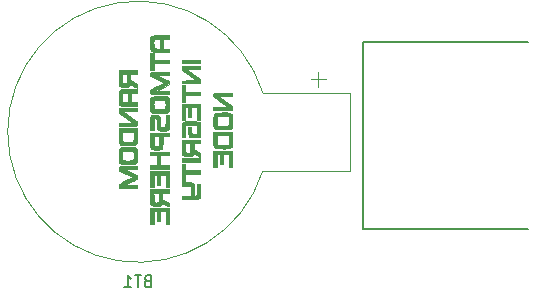
<source format=gbr>
G04 #@! TF.GenerationSoftware,KiCad,Pcbnew,(5.0.0)*
G04 #@! TF.CreationDate,2019-02-27T16:54:38+00:00*
G04 #@! TF.ProjectId,rain,7261696E2E6B696361645F7063620000,rev?*
G04 #@! TF.SameCoordinates,Original*
G04 #@! TF.FileFunction,Legend,Bot*
G04 #@! TF.FilePolarity,Positive*
%FSLAX46Y46*%
G04 Gerber Fmt 4.6, Leading zero omitted, Abs format (unit mm)*
G04 Created by KiCad (PCBNEW (5.0.0)) date 02/27/19 16:54:38*
%MOMM*%
%LPD*%
G01*
G04 APERTURE LIST*
%ADD10C,0.120000*%
%ADD11C,0.150000*%
%ADD12C,0.010000*%
G04 APERTURE END LIST*
D10*
G04 #@! TO.C,BT1*
X120894857Y-91548030D02*
G75*
G02X120910000Y-84900000I-10534857J3348030D01*
G01*
X124970000Y-83750000D02*
X126230000Y-83750000D01*
X125600000Y-84390000D02*
X125600000Y-83120000D01*
X128260000Y-84900000D02*
X120910000Y-84900000D01*
X128260000Y-91500000D02*
X128260000Y-84900000D01*
X120910000Y-91500000D02*
X128260000Y-91500000D01*
D11*
G04 #@! TO.C,J2*
X143350000Y-96400000D02*
X129400000Y-96400000D01*
X129400000Y-96400000D02*
X129400000Y-80600000D01*
X129400000Y-80600000D02*
X143350000Y-80600000D01*
D12*
G04 #@! TO.C,G\002A\002A\002A*
G36*
X108699012Y-92861212D02*
X108718072Y-92937859D01*
X108731930Y-92959048D01*
X108766588Y-92972359D01*
X108843798Y-92982581D01*
X108968200Y-92989936D01*
X109144439Y-92994646D01*
X109377157Y-92996935D01*
X109527669Y-92997243D01*
X110285213Y-92997243D01*
X110285213Y-92744075D01*
X109734300Y-92735384D01*
X109183387Y-92726692D01*
X109678599Y-92490468D01*
X109845414Y-92409729D01*
X109994975Y-92335158D01*
X110116518Y-92272292D01*
X110199278Y-92226670D01*
X110229511Y-92207026D01*
X110268625Y-92140267D01*
X110284702Y-92045548D01*
X110274084Y-91955546D01*
X110260854Y-91927119D01*
X110225893Y-91902703D01*
X110142702Y-91856226D01*
X110020711Y-91792604D01*
X109869349Y-91716755D01*
X109698048Y-91633595D01*
X109696366Y-91632791D01*
X109155263Y-91374126D01*
X109720238Y-91374030D01*
X110285213Y-91373935D01*
X110285213Y-91119298D01*
X109525201Y-91119298D01*
X109277174Y-91119934D01*
X109085620Y-91122113D01*
X108943362Y-91126244D01*
X108843221Y-91132735D01*
X108778023Y-91141995D01*
X108740590Y-91154432D01*
X108727516Y-91164690D01*
X108703682Y-91228860D01*
X108699178Y-91321452D01*
X108711726Y-91416421D01*
X108739047Y-91487726D01*
X108757394Y-91506284D01*
X108800134Y-91528081D01*
X108890589Y-91572376D01*
X109018940Y-91634422D01*
X109175366Y-91709473D01*
X109350049Y-91792784D01*
X109358544Y-91796823D01*
X109911949Y-92059934D01*
X109342629Y-92325864D01*
X109165118Y-92409414D01*
X109006096Y-92485463D01*
X108875108Y-92549348D01*
X108781701Y-92596407D01*
X108735419Y-92621978D01*
X108733521Y-92623353D01*
X108706865Y-92676878D01*
X108695319Y-92765191D01*
X108699012Y-92861212D01*
X108699012Y-92861212D01*
G37*
X108699012Y-92861212D02*
X108718072Y-92937859D01*
X108731930Y-92959048D01*
X108766588Y-92972359D01*
X108843798Y-92982581D01*
X108968200Y-92989936D01*
X109144439Y-92994646D01*
X109377157Y-92996935D01*
X109527669Y-92997243D01*
X110285213Y-92997243D01*
X110285213Y-92744075D01*
X109734300Y-92735384D01*
X109183387Y-92726692D01*
X109678599Y-92490468D01*
X109845414Y-92409729D01*
X109994975Y-92335158D01*
X110116518Y-92272292D01*
X110199278Y-92226670D01*
X110229511Y-92207026D01*
X110268625Y-92140267D01*
X110284702Y-92045548D01*
X110274084Y-91955546D01*
X110260854Y-91927119D01*
X110225893Y-91902703D01*
X110142702Y-91856226D01*
X110020711Y-91792604D01*
X109869349Y-91716755D01*
X109698048Y-91633595D01*
X109696366Y-91632791D01*
X109155263Y-91374126D01*
X109720238Y-91374030D01*
X110285213Y-91373935D01*
X110285213Y-91119298D01*
X109525201Y-91119298D01*
X109277174Y-91119934D01*
X109085620Y-91122113D01*
X108943362Y-91126244D01*
X108843221Y-91132735D01*
X108778023Y-91141995D01*
X108740590Y-91154432D01*
X108727516Y-91164690D01*
X108703682Y-91228860D01*
X108699178Y-91321452D01*
X108711726Y-91416421D01*
X108739047Y-91487726D01*
X108757394Y-91506284D01*
X108800134Y-91528081D01*
X108890589Y-91572376D01*
X109018940Y-91634422D01*
X109175366Y-91709473D01*
X109350049Y-91792784D01*
X109358544Y-91796823D01*
X109911949Y-92059934D01*
X109342629Y-92325864D01*
X109165118Y-92409414D01*
X109006096Y-92485463D01*
X108875108Y-92549348D01*
X108781701Y-92596407D01*
X108735419Y-92621978D01*
X108733521Y-92623353D01*
X108706865Y-92676878D01*
X108695319Y-92765191D01*
X108699012Y-92861212D01*
G36*
X108775074Y-90834575D02*
X108807732Y-90862912D01*
X108843158Y-90883619D01*
X108891626Y-90898136D01*
X108963408Y-90907903D01*
X109068777Y-90914359D01*
X109218005Y-90918944D01*
X109404417Y-90922778D01*
X109663916Y-90926486D01*
X109866730Y-90922902D01*
X110019813Y-90906479D01*
X110130115Y-90871672D01*
X110204589Y-90812935D01*
X110250184Y-90724721D01*
X110273854Y-90601486D01*
X110282550Y-90437683D01*
X110283222Y-90227765D01*
X110283196Y-90221693D01*
X110280554Y-90052336D01*
X110274694Y-89901212D01*
X110266401Y-89782009D01*
X110256461Y-89708417D01*
X110253078Y-89696780D01*
X110206570Y-89629664D01*
X110137135Y-89569462D01*
X110098318Y-89548642D01*
X110048285Y-89533454D01*
X109977134Y-89523044D01*
X109874966Y-89516561D01*
X109731881Y-89513149D01*
X109604431Y-89512366D01*
X109604431Y-89819159D01*
X109747411Y-89819441D01*
X109856280Y-89821963D01*
X109918178Y-89826541D01*
X109925598Y-89828261D01*
X109944864Y-89854572D01*
X109957616Y-89921143D01*
X109964689Y-90035679D01*
X109966917Y-90205884D01*
X109966917Y-90210037D01*
X109965935Y-90369323D01*
X109961779Y-90476717D01*
X109952635Y-90543970D01*
X109936690Y-90582834D01*
X109912129Y-90605060D01*
X109905351Y-90608905D01*
X109842564Y-90624876D01*
X109734459Y-90635629D01*
X109597016Y-90641295D01*
X109446218Y-90642007D01*
X109298047Y-90637898D01*
X109168483Y-90629099D01*
X109073509Y-90615744D01*
X109032915Y-90601681D01*
X109009017Y-90576274D01*
X108993833Y-90534150D01*
X108986026Y-90463496D01*
X108984263Y-90352500D01*
X108987045Y-90195854D01*
X108996115Y-89830200D01*
X109440197Y-89821303D01*
X109604431Y-89819159D01*
X109604431Y-89512366D01*
X109537980Y-89511957D01*
X109469336Y-89511905D01*
X109262053Y-89512369D01*
X109108388Y-89514433D01*
X108998301Y-89519100D01*
X108921753Y-89527377D01*
X108868704Y-89540267D01*
X108829117Y-89558776D01*
X108799515Y-89578958D01*
X108709649Y-89646012D01*
X108692317Y-90756744D01*
X108775074Y-90834575D01*
X108775074Y-90834575D01*
G37*
X108775074Y-90834575D02*
X108807732Y-90862912D01*
X108843158Y-90883619D01*
X108891626Y-90898136D01*
X108963408Y-90907903D01*
X109068777Y-90914359D01*
X109218005Y-90918944D01*
X109404417Y-90922778D01*
X109663916Y-90926486D01*
X109866730Y-90922902D01*
X110019813Y-90906479D01*
X110130115Y-90871672D01*
X110204589Y-90812935D01*
X110250184Y-90724721D01*
X110273854Y-90601486D01*
X110282550Y-90437683D01*
X110283222Y-90227765D01*
X110283196Y-90221693D01*
X110280554Y-90052336D01*
X110274694Y-89901212D01*
X110266401Y-89782009D01*
X110256461Y-89708417D01*
X110253078Y-89696780D01*
X110206570Y-89629664D01*
X110137135Y-89569462D01*
X110098318Y-89548642D01*
X110048285Y-89533454D01*
X109977134Y-89523044D01*
X109874966Y-89516561D01*
X109731881Y-89513149D01*
X109604431Y-89512366D01*
X109604431Y-89819159D01*
X109747411Y-89819441D01*
X109856280Y-89821963D01*
X109918178Y-89826541D01*
X109925598Y-89828261D01*
X109944864Y-89854572D01*
X109957616Y-89921143D01*
X109964689Y-90035679D01*
X109966917Y-90205884D01*
X109966917Y-90210037D01*
X109965935Y-90369323D01*
X109961779Y-90476717D01*
X109952635Y-90543970D01*
X109936690Y-90582834D01*
X109912129Y-90605060D01*
X109905351Y-90608905D01*
X109842564Y-90624876D01*
X109734459Y-90635629D01*
X109597016Y-90641295D01*
X109446218Y-90642007D01*
X109298047Y-90637898D01*
X109168483Y-90629099D01*
X109073509Y-90615744D01*
X109032915Y-90601681D01*
X109009017Y-90576274D01*
X108993833Y-90534150D01*
X108986026Y-90463496D01*
X108984263Y-90352500D01*
X108987045Y-90195854D01*
X108996115Y-89830200D01*
X109440197Y-89821303D01*
X109604431Y-89819159D01*
X109604431Y-89512366D01*
X109537980Y-89511957D01*
X109469336Y-89511905D01*
X109262053Y-89512369D01*
X109108388Y-89514433D01*
X108998301Y-89519100D01*
X108921753Y-89527377D01*
X108868704Y-89540267D01*
X108829117Y-89558776D01*
X108799515Y-89578958D01*
X108709649Y-89646012D01*
X108692317Y-90756744D01*
X108775074Y-90834575D01*
G36*
X108775805Y-89243762D02*
X108808348Y-89271882D01*
X108843950Y-89292441D01*
X108892881Y-89306877D01*
X108965413Y-89316628D01*
X109071818Y-89323131D01*
X109222366Y-89327825D01*
X109403943Y-89331688D01*
X109641995Y-89333813D01*
X109836618Y-89330207D01*
X109981162Y-89321120D01*
X110068975Y-89306803D01*
X110069682Y-89306593D01*
X110138546Y-89281244D01*
X110191064Y-89246315D01*
X110229416Y-89193591D01*
X110255785Y-89114856D01*
X110272352Y-89001892D01*
X110281300Y-88846484D01*
X110284810Y-88640415D01*
X110285213Y-88494939D01*
X110285213Y-87904511D01*
X108980201Y-87904511D01*
X108980201Y-88190977D01*
X109966917Y-88190977D01*
X109966917Y-88587727D01*
X109966076Y-88754381D01*
X109962481Y-88868610D01*
X109954524Y-88941639D01*
X109940596Y-88984692D01*
X109919090Y-89008992D01*
X109905351Y-89017426D01*
X109844726Y-89032153D01*
X109737318Y-89042423D01*
X109599846Y-89048197D01*
X109449032Y-89049438D01*
X109301597Y-89046108D01*
X109174262Y-89038169D01*
X109083749Y-89025583D01*
X109061847Y-89019334D01*
X109028052Y-89004754D01*
X109005168Y-88983934D01*
X108991068Y-88945682D01*
X108983625Y-88878803D01*
X108980712Y-88772103D01*
X108980201Y-88614388D01*
X108980201Y-88190977D01*
X108980201Y-87904511D01*
X108693735Y-87904511D01*
X108693735Y-89166598D01*
X108775805Y-89243762D01*
X108775805Y-89243762D01*
G37*
X108775805Y-89243762D02*
X108808348Y-89271882D01*
X108843950Y-89292441D01*
X108892881Y-89306877D01*
X108965413Y-89316628D01*
X109071818Y-89323131D01*
X109222366Y-89327825D01*
X109403943Y-89331688D01*
X109641995Y-89333813D01*
X109836618Y-89330207D01*
X109981162Y-89321120D01*
X110068975Y-89306803D01*
X110069682Y-89306593D01*
X110138546Y-89281244D01*
X110191064Y-89246315D01*
X110229416Y-89193591D01*
X110255785Y-89114856D01*
X110272352Y-89001892D01*
X110281300Y-88846484D01*
X110284810Y-88640415D01*
X110285213Y-88494939D01*
X110285213Y-87904511D01*
X108980201Y-87904511D01*
X108980201Y-88190977D01*
X109966917Y-88190977D01*
X109966917Y-88587727D01*
X109966076Y-88754381D01*
X109962481Y-88868610D01*
X109954524Y-88941639D01*
X109940596Y-88984692D01*
X109919090Y-89008992D01*
X109905351Y-89017426D01*
X109844726Y-89032153D01*
X109737318Y-89042423D01*
X109599846Y-89048197D01*
X109449032Y-89049438D01*
X109301597Y-89046108D01*
X109174262Y-89038169D01*
X109083749Y-89025583D01*
X109061847Y-89019334D01*
X109028052Y-89004754D01*
X109005168Y-88983934D01*
X108991068Y-88945682D01*
X108983625Y-88878803D01*
X108980712Y-88772103D01*
X108980201Y-88614388D01*
X108980201Y-88190977D01*
X108980201Y-87904511D01*
X108693735Y-87904511D01*
X108693735Y-89166598D01*
X108775805Y-89243762D01*
G36*
X109304943Y-87014409D02*
X109918920Y-87442982D01*
X109306327Y-87451627D01*
X108693735Y-87460272D01*
X108693735Y-87713534D01*
X109439456Y-87713534D01*
X109693016Y-87713129D01*
X109890047Y-87710681D01*
X110037675Y-87704340D01*
X110143030Y-87692255D01*
X110213241Y-87672576D01*
X110255435Y-87643453D01*
X110276742Y-87603034D01*
X110284290Y-87549471D01*
X110285213Y-87494002D01*
X110284186Y-87448501D01*
X110277213Y-87408817D01*
X110258457Y-87369627D01*
X110222081Y-87325607D01*
X110162249Y-87271433D01*
X110073124Y-87201782D01*
X109948869Y-87111331D01*
X109783648Y-86994756D01*
X109588228Y-86858311D01*
X109034476Y-86472180D01*
X110285213Y-86472180D01*
X110285213Y-86216432D01*
X109497431Y-86224945D01*
X108709649Y-86233459D01*
X108700307Y-86409647D01*
X108690966Y-86585835D01*
X109304943Y-87014409D01*
X109304943Y-87014409D01*
G37*
X109304943Y-87014409D02*
X109918920Y-87442982D01*
X109306327Y-87451627D01*
X108693735Y-87460272D01*
X108693735Y-87713534D01*
X109439456Y-87713534D01*
X109693016Y-87713129D01*
X109890047Y-87710681D01*
X110037675Y-87704340D01*
X110143030Y-87692255D01*
X110213241Y-87672576D01*
X110255435Y-87643453D01*
X110276742Y-87603034D01*
X110284290Y-87549471D01*
X110285213Y-87494002D01*
X110284186Y-87448501D01*
X110277213Y-87408817D01*
X110258457Y-87369627D01*
X110222081Y-87325607D01*
X110162249Y-87271433D01*
X110073124Y-87201782D01*
X109948869Y-87111331D01*
X109783648Y-86994756D01*
X109588228Y-86858311D01*
X109034476Y-86472180D01*
X110285213Y-86472180D01*
X110285213Y-86216432D01*
X109497431Y-86224945D01*
X108709649Y-86233459D01*
X108700307Y-86409647D01*
X108690966Y-86585835D01*
X109304943Y-87014409D01*
G36*
X108694170Y-85499969D02*
X108696144Y-85650381D01*
X108700656Y-85756449D01*
X108708706Y-85827829D01*
X108721293Y-85874177D01*
X108739418Y-85905150D01*
X108758986Y-85925730D01*
X108803478Y-85957496D01*
X108865620Y-85982100D01*
X108953117Y-86000367D01*
X109073672Y-86013122D01*
X109234993Y-86021190D01*
X109444782Y-86025396D01*
X109700809Y-86026566D01*
X110285213Y-86026566D01*
X110285213Y-85708271D01*
X109744110Y-85708271D01*
X109744110Y-84880702D01*
X110285213Y-84880702D01*
X110285213Y-84594236D01*
X109573340Y-84594236D01*
X109341557Y-84594544D01*
X109270564Y-84595108D01*
X109270564Y-84880702D01*
X109489474Y-84880702D01*
X109489474Y-85710948D01*
X109242795Y-85701652D01*
X108996115Y-85692356D01*
X108987084Y-85330872D01*
X108985965Y-85136815D01*
X108993759Y-85003488D01*
X109010391Y-84931944D01*
X109014853Y-84925044D01*
X109072262Y-84896622D01*
X109187176Y-84882538D01*
X109270564Y-84880702D01*
X109270564Y-84595108D01*
X109164698Y-84595951D01*
X109034028Y-84599182D01*
X108940813Y-84604960D01*
X108876318Y-84614009D01*
X108831809Y-84627054D01*
X108798552Y-84644819D01*
X108777601Y-84660205D01*
X108693735Y-84726174D01*
X108693735Y-85295556D01*
X108694170Y-85499969D01*
X108694170Y-85499969D01*
G37*
X108694170Y-85499969D02*
X108696144Y-85650381D01*
X108700656Y-85756449D01*
X108708706Y-85827829D01*
X108721293Y-85874177D01*
X108739418Y-85905150D01*
X108758986Y-85925730D01*
X108803478Y-85957496D01*
X108865620Y-85982100D01*
X108953117Y-86000367D01*
X109073672Y-86013122D01*
X109234993Y-86021190D01*
X109444782Y-86025396D01*
X109700809Y-86026566D01*
X110285213Y-86026566D01*
X110285213Y-85708271D01*
X109744110Y-85708271D01*
X109744110Y-84880702D01*
X110285213Y-84880702D01*
X110285213Y-84594236D01*
X109573340Y-84594236D01*
X109341557Y-84594544D01*
X109270564Y-84595108D01*
X109270564Y-84880702D01*
X109489474Y-84880702D01*
X109489474Y-85710948D01*
X109242795Y-85701652D01*
X108996115Y-85692356D01*
X108987084Y-85330872D01*
X108985965Y-85136815D01*
X108993759Y-85003488D01*
X109010391Y-84931944D01*
X109014853Y-84925044D01*
X109072262Y-84896622D01*
X109187176Y-84882538D01*
X109270564Y-84880702D01*
X109270564Y-84595108D01*
X109164698Y-84595951D01*
X109034028Y-84599182D01*
X108940813Y-84604960D01*
X108876318Y-84614009D01*
X108831809Y-84627054D01*
X108798552Y-84644819D01*
X108777601Y-84660205D01*
X108693735Y-84726174D01*
X108693735Y-85295556D01*
X108694170Y-85499969D01*
G36*
X108693961Y-83859297D02*
X108697447Y-84042679D01*
X108708401Y-84177694D01*
X108731029Y-84271987D01*
X108769539Y-84333201D01*
X108828141Y-84368978D01*
X108911041Y-84386963D01*
X109022448Y-84394798D01*
X109122346Y-84398433D01*
X109315880Y-84399675D01*
X109456572Y-84385419D01*
X109553960Y-84352871D01*
X109617581Y-84299238D01*
X109648523Y-84244349D01*
X109685714Y-84154561D01*
X109956145Y-84310739D01*
X110074438Y-84377425D01*
X110172924Y-84429914D01*
X110238182Y-84461215D01*
X110255894Y-84466917D01*
X110272756Y-84438318D01*
X110283356Y-84365330D01*
X110285213Y-84310777D01*
X110285213Y-84154637D01*
X109982841Y-83984524D01*
X109680468Y-83814411D01*
X109680460Y-83551817D01*
X109680451Y-83289223D01*
X110285213Y-83289223D01*
X110285213Y-83002757D01*
X109425815Y-83002757D01*
X109425815Y-83289223D01*
X109425815Y-83667281D01*
X109423820Y-83841771D01*
X109417155Y-83962103D01*
X109404799Y-84037676D01*
X109385730Y-84077885D01*
X109380654Y-84082818D01*
X109321624Y-84103589D01*
X109222332Y-84111929D01*
X109165805Y-84110588D01*
X108996115Y-84100877D01*
X108978299Y-83289223D01*
X109425815Y-83289223D01*
X109425815Y-83002757D01*
X108693735Y-83002757D01*
X108693735Y-83619907D01*
X108693961Y-83859297D01*
X108693961Y-83859297D01*
G37*
X108693961Y-83859297D02*
X108697447Y-84042679D01*
X108708401Y-84177694D01*
X108731029Y-84271987D01*
X108769539Y-84333201D01*
X108828141Y-84368978D01*
X108911041Y-84386963D01*
X109022448Y-84394798D01*
X109122346Y-84398433D01*
X109315880Y-84399675D01*
X109456572Y-84385419D01*
X109553960Y-84352871D01*
X109617581Y-84299238D01*
X109648523Y-84244349D01*
X109685714Y-84154561D01*
X109956145Y-84310739D01*
X110074438Y-84377425D01*
X110172924Y-84429914D01*
X110238182Y-84461215D01*
X110255894Y-84466917D01*
X110272756Y-84438318D01*
X110283356Y-84365330D01*
X110285213Y-84310777D01*
X110285213Y-84154637D01*
X109982841Y-83984524D01*
X109680468Y-83814411D01*
X109680460Y-83551817D01*
X109680451Y-83289223D01*
X110285213Y-83289223D01*
X110285213Y-83002757D01*
X109425815Y-83002757D01*
X109425815Y-83289223D01*
X109425815Y-83667281D01*
X109423820Y-83841771D01*
X109417155Y-83962103D01*
X109404799Y-84037676D01*
X109385730Y-84077885D01*
X109380654Y-84082818D01*
X109321624Y-84103589D01*
X109222332Y-84111929D01*
X109165805Y-84110588D01*
X108996115Y-84100877D01*
X108978299Y-83289223D01*
X109425815Y-83289223D01*
X109425815Y-83002757D01*
X108693735Y-83002757D01*
X108693735Y-83619907D01*
X108693961Y-83859297D01*
G36*
X111653885Y-95989223D02*
X111653885Y-94938847D01*
X111940351Y-94938847D01*
X111940351Y-95798246D01*
X112194988Y-95798246D01*
X112194988Y-94938847D01*
X112672431Y-94938847D01*
X112672431Y-95989223D01*
X112958897Y-95989223D01*
X112958897Y-94652381D01*
X111367419Y-94652381D01*
X111367419Y-95989223D01*
X111653885Y-95989223D01*
X111653885Y-95989223D01*
G37*
X111653885Y-95989223D02*
X111653885Y-94938847D01*
X111940351Y-94938847D01*
X111940351Y-95798246D01*
X112194988Y-95798246D01*
X112194988Y-94938847D01*
X112672431Y-94938847D01*
X112672431Y-95989223D01*
X112958897Y-95989223D01*
X112958897Y-94652381D01*
X111367419Y-94652381D01*
X111367419Y-95989223D01*
X111653885Y-95989223D01*
G36*
X111367653Y-93896776D02*
X111369030Y-94056213D01*
X111372558Y-94170680D01*
X111379247Y-94249522D01*
X111390104Y-94302084D01*
X111406139Y-94337711D01*
X111428362Y-94365747D01*
X111442722Y-94380452D01*
X111535019Y-94436143D01*
X111669340Y-94472763D01*
X111826736Y-94489546D01*
X111988260Y-94485725D01*
X112134963Y-94460533D01*
X112247897Y-94413201D01*
X112248116Y-94413058D01*
X112311084Y-94348984D01*
X112340337Y-94289242D01*
X112350841Y-94255345D01*
X112368409Y-94240293D01*
X112403967Y-94247165D01*
X112468442Y-94279039D01*
X112572759Y-94338994D01*
X112624164Y-94369219D01*
X112741695Y-94436372D01*
X112840342Y-94489001D01*
X112906274Y-94519914D01*
X112923923Y-94525063D01*
X112945514Y-94495863D01*
X112957525Y-94418186D01*
X112958897Y-94372150D01*
X112958897Y-94219237D01*
X112656516Y-94047619D01*
X112354136Y-93876001D01*
X112354136Y-93347368D01*
X112958897Y-93347368D01*
X112958897Y-93060902D01*
X112101401Y-93060902D01*
X112101401Y-93347368D01*
X112092492Y-93752052D01*
X112083584Y-94156735D01*
X111980138Y-94186355D01*
X111841201Y-94198550D01*
X111773246Y-94186355D01*
X111669800Y-94156735D01*
X111660891Y-93752052D01*
X111651983Y-93347368D01*
X112101401Y-93347368D01*
X112101401Y-93060902D01*
X111367419Y-93060902D01*
X111367419Y-93683026D01*
X111367653Y-93896776D01*
X111367653Y-93896776D01*
G37*
X111367653Y-93896776D02*
X111369030Y-94056213D01*
X111372558Y-94170680D01*
X111379247Y-94249522D01*
X111390104Y-94302084D01*
X111406139Y-94337711D01*
X111428362Y-94365747D01*
X111442722Y-94380452D01*
X111535019Y-94436143D01*
X111669340Y-94472763D01*
X111826736Y-94489546D01*
X111988260Y-94485725D01*
X112134963Y-94460533D01*
X112247897Y-94413201D01*
X112248116Y-94413058D01*
X112311084Y-94348984D01*
X112340337Y-94289242D01*
X112350841Y-94255345D01*
X112368409Y-94240293D01*
X112403967Y-94247165D01*
X112468442Y-94279039D01*
X112572759Y-94338994D01*
X112624164Y-94369219D01*
X112741695Y-94436372D01*
X112840342Y-94489001D01*
X112906274Y-94519914D01*
X112923923Y-94525063D01*
X112945514Y-94495863D01*
X112957525Y-94418186D01*
X112958897Y-94372150D01*
X112958897Y-94219237D01*
X112656516Y-94047619D01*
X112354136Y-93876001D01*
X112354136Y-93347368D01*
X112958897Y-93347368D01*
X112958897Y-93060902D01*
X112101401Y-93060902D01*
X112101401Y-93347368D01*
X112092492Y-93752052D01*
X112083584Y-94156735D01*
X111980138Y-94186355D01*
X111841201Y-94198550D01*
X111773246Y-94186355D01*
X111669800Y-94156735D01*
X111660891Y-93752052D01*
X111651983Y-93347368D01*
X112101401Y-93347368D01*
X112101401Y-93060902D01*
X111367419Y-93060902D01*
X111367419Y-93683026D01*
X111367653Y-93896776D01*
G36*
X111653885Y-92901754D02*
X111653885Y-91851378D01*
X111940351Y-91851378D01*
X111940351Y-92678947D01*
X112194988Y-92678947D01*
X112194988Y-91851378D01*
X112672431Y-91851378D01*
X112672431Y-92901754D01*
X112958897Y-92901754D01*
X112958897Y-91564912D01*
X111367419Y-91564912D01*
X111367419Y-92901754D01*
X111653885Y-92901754D01*
X111653885Y-92901754D01*
G37*
X111653885Y-92901754D02*
X111653885Y-91851378D01*
X111940351Y-91851378D01*
X111940351Y-92678947D01*
X112194988Y-92678947D01*
X112194988Y-91851378D01*
X112672431Y-91851378D01*
X112672431Y-92901754D01*
X112958897Y-92901754D01*
X112958897Y-91564912D01*
X111367419Y-91564912D01*
X111367419Y-92901754D01*
X111653885Y-92901754D01*
G36*
X111940351Y-90164411D02*
X111940351Y-91055639D01*
X111367419Y-91055639D01*
X111367419Y-91342105D01*
X112958897Y-91342105D01*
X112958897Y-91055639D01*
X112194988Y-91055639D01*
X112194988Y-90164411D01*
X112958897Y-90164411D01*
X112958897Y-89877945D01*
X111367419Y-89877945D01*
X111367419Y-90164411D01*
X111940351Y-90164411D01*
X111940351Y-90164411D01*
G37*
X111940351Y-90164411D02*
X111940351Y-91055639D01*
X111367419Y-91055639D01*
X111367419Y-91342105D01*
X112958897Y-91342105D01*
X112958897Y-91055639D01*
X112194988Y-91055639D01*
X112194988Y-90164411D01*
X112958897Y-90164411D01*
X112958897Y-89877945D01*
X111367419Y-89877945D01*
X111367419Y-90164411D01*
X111940351Y-90164411D01*
G36*
X111368321Y-89133777D02*
X111372557Y-89312196D01*
X111382421Y-89443670D01*
X111400209Y-89536550D01*
X111428214Y-89599191D01*
X111468732Y-89639944D01*
X111524056Y-89667162D01*
X111583207Y-89685553D01*
X111723453Y-89709383D01*
X111894354Y-89717221D01*
X112064948Y-89709066D01*
X112202007Y-89685553D01*
X112278824Y-89659481D01*
X112335001Y-89623941D01*
X112373721Y-89569455D01*
X112398168Y-89486548D01*
X112411526Y-89365745D01*
X112416977Y-89197570D01*
X112417795Y-89043294D01*
X112417795Y-88572932D01*
X112958897Y-88572932D01*
X112958897Y-88286466D01*
X112131328Y-88286466D01*
X112131328Y-88572932D01*
X112131328Y-89370247D01*
X112043797Y-89403996D01*
X111951662Y-89422788D01*
X111845392Y-89421602D01*
X111749165Y-89403167D01*
X111687160Y-89370209D01*
X111681615Y-89363128D01*
X111671023Y-89315991D01*
X111662324Y-89219572D01*
X111656459Y-89088239D01*
X111654372Y-88946930D01*
X111653885Y-88572932D01*
X112131328Y-88572932D01*
X112131328Y-88286466D01*
X111367419Y-88286466D01*
X111367419Y-88900061D01*
X111368321Y-89133777D01*
X111368321Y-89133777D01*
G37*
X111368321Y-89133777D02*
X111372557Y-89312196D01*
X111382421Y-89443670D01*
X111400209Y-89536550D01*
X111428214Y-89599191D01*
X111468732Y-89639944D01*
X111524056Y-89667162D01*
X111583207Y-89685553D01*
X111723453Y-89709383D01*
X111894354Y-89717221D01*
X112064948Y-89709066D01*
X112202007Y-89685553D01*
X112278824Y-89659481D01*
X112335001Y-89623941D01*
X112373721Y-89569455D01*
X112398168Y-89486548D01*
X112411526Y-89365745D01*
X112416977Y-89197570D01*
X112417795Y-89043294D01*
X112417795Y-88572932D01*
X112958897Y-88572932D01*
X112958897Y-88286466D01*
X112131328Y-88286466D01*
X112131328Y-88572932D01*
X112131328Y-89370247D01*
X112043797Y-89403996D01*
X111951662Y-89422788D01*
X111845392Y-89421602D01*
X111749165Y-89403167D01*
X111687160Y-89370209D01*
X111681615Y-89363128D01*
X111671023Y-89315991D01*
X111662324Y-89219572D01*
X111656459Y-89088239D01*
X111654372Y-88946930D01*
X111653885Y-88572932D01*
X112131328Y-88572932D01*
X112131328Y-88286466D01*
X111367419Y-88286466D01*
X111367419Y-88900061D01*
X111368321Y-89133777D01*
G36*
X111653885Y-88095489D02*
X111653885Y-87603250D01*
X111654378Y-87415645D01*
X111656677Y-87281687D01*
X111662015Y-87191365D01*
X111671625Y-87134671D01*
X111686737Y-87101594D01*
X111708584Y-87082125D01*
X111718746Y-87076299D01*
X111808567Y-87055643D01*
X111883081Y-87086744D01*
X111920565Y-87149613D01*
X111928177Y-87208885D01*
X111934407Y-87315884D01*
X111938552Y-87454682D01*
X111939916Y-87588625D01*
X111940834Y-87747677D01*
X111944737Y-87856234D01*
X111954016Y-87927454D01*
X111971062Y-87974499D01*
X111998267Y-88010529D01*
X112020557Y-88032423D01*
X112069462Y-88070402D01*
X112129043Y-88094836D01*
X112215862Y-88109819D01*
X112346480Y-88119448D01*
X112379153Y-88121083D01*
X112594838Y-88119949D01*
X112755597Y-88092461D01*
X112864934Y-88037539D01*
X112926351Y-87954099D01*
X112927270Y-87951723D01*
X112937840Y-87892785D01*
X112946909Y-87782788D01*
X112953839Y-87634325D01*
X112957989Y-87459991D01*
X112958897Y-87329507D01*
X112958897Y-86790476D01*
X112672431Y-86790476D01*
X112672431Y-87265646D01*
X112671220Y-87469787D01*
X112665058Y-87618901D01*
X112650154Y-87721610D01*
X112622713Y-87786538D01*
X112578945Y-87822304D01*
X112515056Y-87837532D01*
X112427253Y-87840844D01*
X112419418Y-87840852D01*
X112322508Y-87833082D01*
X112251501Y-87813386D01*
X112233857Y-87801065D01*
X112220965Y-87755798D01*
X112208721Y-87660045D01*
X112198363Y-87526974D01*
X112191132Y-87369755D01*
X112190173Y-87336706D01*
X112184933Y-87163551D01*
X112178516Y-87042535D01*
X112168954Y-86962143D01*
X112154276Y-86910861D01*
X112132513Y-86877172D01*
X112107652Y-86854318D01*
X112010752Y-86805218D01*
X111881050Y-86777793D01*
X111737247Y-86771508D01*
X111598042Y-86785829D01*
X111482137Y-86820220D01*
X111408233Y-86874146D01*
X111408091Y-86874339D01*
X111392064Y-86917732D01*
X111380369Y-87001794D01*
X111372624Y-87132507D01*
X111368448Y-87315856D01*
X111367419Y-87512725D01*
X111367419Y-88095489D01*
X111653885Y-88095489D01*
X111653885Y-88095489D01*
G37*
X111653885Y-88095489D02*
X111653885Y-87603250D01*
X111654378Y-87415645D01*
X111656677Y-87281687D01*
X111662015Y-87191365D01*
X111671625Y-87134671D01*
X111686737Y-87101594D01*
X111708584Y-87082125D01*
X111718746Y-87076299D01*
X111808567Y-87055643D01*
X111883081Y-87086744D01*
X111920565Y-87149613D01*
X111928177Y-87208885D01*
X111934407Y-87315884D01*
X111938552Y-87454682D01*
X111939916Y-87588625D01*
X111940834Y-87747677D01*
X111944737Y-87856234D01*
X111954016Y-87927454D01*
X111971062Y-87974499D01*
X111998267Y-88010529D01*
X112020557Y-88032423D01*
X112069462Y-88070402D01*
X112129043Y-88094836D01*
X112215862Y-88109819D01*
X112346480Y-88119448D01*
X112379153Y-88121083D01*
X112594838Y-88119949D01*
X112755597Y-88092461D01*
X112864934Y-88037539D01*
X112926351Y-87954099D01*
X112927270Y-87951723D01*
X112937840Y-87892785D01*
X112946909Y-87782788D01*
X112953839Y-87634325D01*
X112957989Y-87459991D01*
X112958897Y-87329507D01*
X112958897Y-86790476D01*
X112672431Y-86790476D01*
X112672431Y-87265646D01*
X112671220Y-87469787D01*
X112665058Y-87618901D01*
X112650154Y-87721610D01*
X112622713Y-87786538D01*
X112578945Y-87822304D01*
X112515056Y-87837532D01*
X112427253Y-87840844D01*
X112419418Y-87840852D01*
X112322508Y-87833082D01*
X112251501Y-87813386D01*
X112233857Y-87801065D01*
X112220965Y-87755798D01*
X112208721Y-87660045D01*
X112198363Y-87526974D01*
X112191132Y-87369755D01*
X112190173Y-87336706D01*
X112184933Y-87163551D01*
X112178516Y-87042535D01*
X112168954Y-86962143D01*
X112154276Y-86910861D01*
X112132513Y-86877172D01*
X112107652Y-86854318D01*
X112010752Y-86805218D01*
X111881050Y-86777793D01*
X111737247Y-86771508D01*
X111598042Y-86785829D01*
X111482137Y-86820220D01*
X111408233Y-86874146D01*
X111408091Y-86874339D01*
X111392064Y-86917732D01*
X111380369Y-87001794D01*
X111372624Y-87132507D01*
X111368448Y-87315856D01*
X111367419Y-87512725D01*
X111367419Y-88095489D01*
X111653885Y-88095489D01*
G36*
X111467544Y-86518942D02*
X111567670Y-86603192D01*
X112805390Y-86583584D01*
X112882144Y-86494278D01*
X112910892Y-86458149D01*
X112931391Y-86420092D01*
X112945033Y-86369234D01*
X112953212Y-86294706D01*
X112957319Y-86185634D01*
X112958746Y-86031148D01*
X112958897Y-85895025D01*
X112958897Y-85385078D01*
X112865857Y-85292038D01*
X112772817Y-85198997D01*
X112179941Y-85198997D01*
X112167942Y-85199085D01*
X112167942Y-85485464D01*
X112345639Y-85486348D01*
X112470128Y-85489827D01*
X112551849Y-85497136D01*
X112601238Y-85509513D01*
X112628734Y-85528194D01*
X112638052Y-85541165D01*
X112652232Y-85596072D01*
X112663488Y-85697429D01*
X112670243Y-85828041D01*
X112671463Y-85904932D01*
X112669394Y-86060529D01*
X112660920Y-86164703D01*
X112644389Y-86229512D01*
X112622413Y-86263015D01*
X112589346Y-86284252D01*
X112533103Y-86298757D01*
X112443199Y-86307643D01*
X112309147Y-86312022D01*
X112151336Y-86313033D01*
X111944978Y-86310146D01*
X111800189Y-86301385D01*
X111715135Y-86286598D01*
X111692080Y-86274837D01*
X111673916Y-86224990D01*
X111661343Y-86128646D01*
X111654362Y-86002723D01*
X111652972Y-85864137D01*
X111657174Y-85729804D01*
X111666967Y-85616642D01*
X111682352Y-85541567D01*
X111692080Y-85523659D01*
X111740796Y-85505639D01*
X111846541Y-85493428D01*
X112011675Y-85486836D01*
X112167942Y-85485464D01*
X112167942Y-85199085D01*
X111937518Y-85200781D01*
X111750904Y-85207079D01*
X111612324Y-85219310D01*
X111514005Y-85238891D01*
X111448171Y-85267243D01*
X111407048Y-85305783D01*
X111387191Y-85343657D01*
X111380509Y-85391797D01*
X111374792Y-85491611D01*
X111370455Y-85631113D01*
X111367913Y-85798320D01*
X111367419Y-85914937D01*
X111367419Y-86434692D01*
X111467544Y-86518942D01*
X111467544Y-86518942D01*
G37*
X111467544Y-86518942D02*
X111567670Y-86603192D01*
X112805390Y-86583584D01*
X112882144Y-86494278D01*
X112910892Y-86458149D01*
X112931391Y-86420092D01*
X112945033Y-86369234D01*
X112953212Y-86294706D01*
X112957319Y-86185634D01*
X112958746Y-86031148D01*
X112958897Y-85895025D01*
X112958897Y-85385078D01*
X112865857Y-85292038D01*
X112772817Y-85198997D01*
X112179941Y-85198997D01*
X112167942Y-85199085D01*
X112167942Y-85485464D01*
X112345639Y-85486348D01*
X112470128Y-85489827D01*
X112551849Y-85497136D01*
X112601238Y-85509513D01*
X112628734Y-85528194D01*
X112638052Y-85541165D01*
X112652232Y-85596072D01*
X112663488Y-85697429D01*
X112670243Y-85828041D01*
X112671463Y-85904932D01*
X112669394Y-86060529D01*
X112660920Y-86164703D01*
X112644389Y-86229512D01*
X112622413Y-86263015D01*
X112589346Y-86284252D01*
X112533103Y-86298757D01*
X112443199Y-86307643D01*
X112309147Y-86312022D01*
X112151336Y-86313033D01*
X111944978Y-86310146D01*
X111800189Y-86301385D01*
X111715135Y-86286598D01*
X111692080Y-86274837D01*
X111673916Y-86224990D01*
X111661343Y-86128646D01*
X111654362Y-86002723D01*
X111652972Y-85864137D01*
X111657174Y-85729804D01*
X111666967Y-85616642D01*
X111682352Y-85541567D01*
X111692080Y-85523659D01*
X111740796Y-85505639D01*
X111846541Y-85493428D01*
X112011675Y-85486836D01*
X112167942Y-85485464D01*
X112167942Y-85199085D01*
X111937518Y-85200781D01*
X111750904Y-85207079D01*
X111612324Y-85219310D01*
X111514005Y-85238891D01*
X111448171Y-85267243D01*
X111407048Y-85305783D01*
X111387191Y-85343657D01*
X111380509Y-85391797D01*
X111374792Y-85491611D01*
X111370455Y-85631113D01*
X111367913Y-85798320D01*
X111367419Y-85914937D01*
X111367419Y-86434692D01*
X111467544Y-86518942D01*
G36*
X111371447Y-84886609D02*
X111389407Y-84939495D01*
X111430109Y-84969199D01*
X111449065Y-84976978D01*
X111503951Y-84986022D01*
X111612075Y-84994029D01*
X111763016Y-85000591D01*
X111946355Y-85005304D01*
X112151673Y-85007759D01*
X112244804Y-85008020D01*
X112958897Y-85008020D01*
X112958897Y-84721554D01*
X112425752Y-84719324D01*
X111892607Y-84717093D01*
X112417795Y-84456730D01*
X112942983Y-84196366D01*
X112942983Y-83909900D01*
X111892607Y-83389908D01*
X112958897Y-83384712D01*
X112958897Y-83130075D01*
X112202945Y-83130563D01*
X111988250Y-83131776D01*
X111793719Y-83134919D01*
X111628749Y-83139674D01*
X111502740Y-83145722D01*
X111425091Y-83152748D01*
X111405262Y-83157514D01*
X111377382Y-83211532D01*
X111372682Y-83321238D01*
X111373433Y-83333915D01*
X111383333Y-83483852D01*
X111956010Y-83753913D01*
X112132411Y-83837694D01*
X112288976Y-83913184D01*
X112416597Y-83975899D01*
X112506167Y-84021355D01*
X112548576Y-84045067D01*
X112550346Y-84046511D01*
X112529469Y-84066038D01*
X112458799Y-84107803D01*
X112346429Y-84167553D01*
X112200449Y-84241029D01*
X112028950Y-84323976D01*
X111969712Y-84351960D01*
X111367419Y-84634872D01*
X111367419Y-84790404D01*
X111371447Y-84886609D01*
X111371447Y-84886609D01*
G37*
X111371447Y-84886609D02*
X111389407Y-84939495D01*
X111430109Y-84969199D01*
X111449065Y-84976978D01*
X111503951Y-84986022D01*
X111612075Y-84994029D01*
X111763016Y-85000591D01*
X111946355Y-85005304D01*
X112151673Y-85007759D01*
X112244804Y-85008020D01*
X112958897Y-85008020D01*
X112958897Y-84721554D01*
X112425752Y-84719324D01*
X111892607Y-84717093D01*
X112417795Y-84456730D01*
X112942983Y-84196366D01*
X112942983Y-83909900D01*
X111892607Y-83389908D01*
X112958897Y-83384712D01*
X112958897Y-83130075D01*
X112202945Y-83130563D01*
X111988250Y-83131776D01*
X111793719Y-83134919D01*
X111628749Y-83139674D01*
X111502740Y-83145722D01*
X111425091Y-83152748D01*
X111405262Y-83157514D01*
X111377382Y-83211532D01*
X111372682Y-83321238D01*
X111373433Y-83333915D01*
X111383333Y-83483852D01*
X111956010Y-83753913D01*
X112132411Y-83837694D01*
X112288976Y-83913184D01*
X112416597Y-83975899D01*
X112506167Y-84021355D01*
X112548576Y-84045067D01*
X112550346Y-84046511D01*
X112529469Y-84066038D01*
X112458799Y-84107803D01*
X112346429Y-84167553D01*
X112200449Y-84241029D01*
X112028950Y-84323976D01*
X111969712Y-84351960D01*
X111367419Y-84634872D01*
X111367419Y-84790404D01*
X111371447Y-84886609D01*
G36*
X111653885Y-82970927D02*
X111653885Y-82397995D01*
X112958897Y-82397995D01*
X112958897Y-82111529D01*
X111653885Y-82111529D01*
X111653885Y-81506767D01*
X111367419Y-81506767D01*
X111367419Y-82970927D01*
X111653885Y-82970927D01*
X111653885Y-82970927D01*
G37*
X111653885Y-82970927D02*
X111653885Y-82397995D01*
X112958897Y-82397995D01*
X112958897Y-82111529D01*
X111653885Y-82111529D01*
X111653885Y-81506767D01*
X111367419Y-81506767D01*
X111367419Y-82970927D01*
X111653885Y-82970927D01*
G36*
X111367140Y-81097878D02*
X111377279Y-81220564D01*
X111403592Y-81308729D01*
X111453070Y-81368179D01*
X111532706Y-81404716D01*
X111649491Y-81424146D01*
X111810417Y-81432272D01*
X112022474Y-81434900D01*
X112223953Y-81436814D01*
X112958897Y-81446435D01*
X112958897Y-81156642D01*
X112417795Y-81156642D01*
X112417795Y-80329073D01*
X112958897Y-80329073D01*
X112958897Y-80042607D01*
X112247024Y-80042607D01*
X112015242Y-80042915D01*
X111927842Y-80043610D01*
X111927842Y-80329073D01*
X112163158Y-80329073D01*
X112163158Y-81156642D01*
X111946717Y-81156642D01*
X111823086Y-81151058D01*
X111731376Y-81136040D01*
X111692080Y-81118446D01*
X111677059Y-81072930D01*
X111665243Y-80980403D01*
X111657056Y-80857455D01*
X111652920Y-80720675D01*
X111653261Y-80586650D01*
X111658501Y-80471970D01*
X111669064Y-80393222D01*
X111673205Y-80379420D01*
X111697722Y-80352227D01*
X111753791Y-80336532D01*
X111854069Y-80329832D01*
X111927842Y-80329073D01*
X111927842Y-80043610D01*
X111838382Y-80044322D01*
X111707712Y-80047553D01*
X111614497Y-80053331D01*
X111550002Y-80062380D01*
X111505493Y-80075425D01*
X111472236Y-80093190D01*
X111451285Y-80108576D01*
X111367419Y-80174545D01*
X111367419Y-80725726D01*
X111366184Y-80934867D01*
X111367140Y-81097878D01*
X111367140Y-81097878D01*
G37*
X111367140Y-81097878D02*
X111377279Y-81220564D01*
X111403592Y-81308729D01*
X111453070Y-81368179D01*
X111532706Y-81404716D01*
X111649491Y-81424146D01*
X111810417Y-81432272D01*
X112022474Y-81434900D01*
X112223953Y-81436814D01*
X112958897Y-81446435D01*
X112958897Y-81156642D01*
X112417795Y-81156642D01*
X112417795Y-80329073D01*
X112958897Y-80329073D01*
X112958897Y-80042607D01*
X112247024Y-80042607D01*
X112015242Y-80042915D01*
X111927842Y-80043610D01*
X111927842Y-80329073D01*
X112163158Y-80329073D01*
X112163158Y-81156642D01*
X111946717Y-81156642D01*
X111823086Y-81151058D01*
X111731376Y-81136040D01*
X111692080Y-81118446D01*
X111677059Y-81072930D01*
X111665243Y-80980403D01*
X111657056Y-80857455D01*
X111652920Y-80720675D01*
X111653261Y-80586650D01*
X111658501Y-80471970D01*
X111669064Y-80393222D01*
X111673205Y-80379420D01*
X111697722Y-80352227D01*
X111753791Y-80336532D01*
X111854069Y-80329832D01*
X111927842Y-80329073D01*
X111927842Y-80043610D01*
X111838382Y-80044322D01*
X111707712Y-80047553D01*
X111614497Y-80053331D01*
X111550002Y-80062380D01*
X111505493Y-80075425D01*
X111472236Y-80093190D01*
X111451285Y-80108576D01*
X111367419Y-80174545D01*
X111367419Y-80725726D01*
X111366184Y-80934867D01*
X111367140Y-81097878D01*
G36*
X114415100Y-92781383D02*
X114789098Y-92790351D01*
X114798006Y-93196178D01*
X114806915Y-93602005D01*
X114041103Y-93602005D01*
X114041103Y-93888471D01*
X114727019Y-93888471D01*
X114983568Y-93887183D01*
X115183924Y-93882510D01*
X115335518Y-93873239D01*
X115445780Y-93858155D01*
X115522138Y-93836047D01*
X115572024Y-93805700D01*
X115602866Y-93765901D01*
X115612810Y-93743812D01*
X115619379Y-93695956D01*
X115625025Y-93596167D01*
X115629354Y-93456166D01*
X115631974Y-93287676D01*
X115632582Y-93153788D01*
X115632582Y-92615288D01*
X115346115Y-92615288D01*
X115346115Y-93070451D01*
X115344891Y-93265816D01*
X115339186Y-93406472D01*
X115325950Y-93501354D01*
X115302134Y-93559395D01*
X115264688Y-93589529D01*
X115210564Y-93600691D01*
X115164687Y-93602005D01*
X115059649Y-93602005D01*
X115059649Y-92619909D01*
X114975783Y-92553939D01*
X114935520Y-92526881D01*
X114887583Y-92508365D01*
X114819754Y-92496808D01*
X114719815Y-92490627D01*
X114575550Y-92488240D01*
X114466510Y-92487970D01*
X114041103Y-92487970D01*
X114041103Y-92772416D01*
X114415100Y-92781383D01*
X114415100Y-92781383D01*
G37*
X114415100Y-92781383D02*
X114789098Y-92790351D01*
X114798006Y-93196178D01*
X114806915Y-93602005D01*
X114041103Y-93602005D01*
X114041103Y-93888471D01*
X114727019Y-93888471D01*
X114983568Y-93887183D01*
X115183924Y-93882510D01*
X115335518Y-93873239D01*
X115445780Y-93858155D01*
X115522138Y-93836047D01*
X115572024Y-93805700D01*
X115602866Y-93765901D01*
X115612810Y-93743812D01*
X115619379Y-93695956D01*
X115625025Y-93596167D01*
X115629354Y-93456166D01*
X115631974Y-93287676D01*
X115632582Y-93153788D01*
X115632582Y-92615288D01*
X115346115Y-92615288D01*
X115346115Y-93070451D01*
X115344891Y-93265816D01*
X115339186Y-93406472D01*
X115325950Y-93501354D01*
X115302134Y-93559395D01*
X115264688Y-93589529D01*
X115210564Y-93600691D01*
X115164687Y-93602005D01*
X115059649Y-93602005D01*
X115059649Y-92619909D01*
X114975783Y-92553939D01*
X114935520Y-92526881D01*
X114887583Y-92508365D01*
X114819754Y-92496808D01*
X114719815Y-92490627D01*
X114575550Y-92488240D01*
X114466510Y-92487970D01*
X114041103Y-92487970D01*
X114041103Y-92772416D01*
X114415100Y-92781383D01*
G36*
X114327569Y-92360652D02*
X114327569Y-91755890D01*
X115632582Y-91755890D01*
X115632582Y-91469424D01*
X114327569Y-91469424D01*
X114327569Y-90896491D01*
X114041103Y-90896491D01*
X114041103Y-92360652D01*
X114327569Y-92360652D01*
X114327569Y-92360652D01*
G37*
X114327569Y-92360652D02*
X114327569Y-91755890D01*
X115632582Y-91755890D01*
X115632582Y-91469424D01*
X114327569Y-91469424D01*
X114327569Y-90896491D01*
X114041103Y-90896491D01*
X114041103Y-92360652D01*
X114327569Y-92360652D01*
G36*
X115632582Y-90737343D02*
X115632582Y-90450877D01*
X114041103Y-90450877D01*
X114041103Y-90737343D01*
X115632582Y-90737343D01*
X115632582Y-90737343D01*
G37*
X115632582Y-90737343D02*
X115632582Y-90450877D01*
X114041103Y-90450877D01*
X114041103Y-90737343D01*
X115632582Y-90737343D01*
G36*
X114041572Y-89456203D02*
X114043621Y-89704214D01*
X114049500Y-89892934D01*
X114059466Y-90026633D01*
X114073774Y-90109577D01*
X114082243Y-90132581D01*
X114158173Y-90212856D01*
X114289060Y-90264153D01*
X114472899Y-90285910D01*
X114622315Y-90283812D01*
X114757756Y-90273171D01*
X114847650Y-90255848D01*
X114910084Y-90226974D01*
X114948569Y-90195937D01*
X115003222Y-90128357D01*
X115027723Y-90065969D01*
X115027820Y-90062975D01*
X115032603Y-90029860D01*
X115056447Y-90027583D01*
X115113594Y-90058013D01*
X115147181Y-90078652D01*
X115241391Y-90135574D01*
X115360895Y-90205630D01*
X115449562Y-90256450D01*
X115632582Y-90360060D01*
X115632582Y-90018361D01*
X115354073Y-89859537D01*
X115075564Y-89700712D01*
X115066319Y-89439203D01*
X115057075Y-89177694D01*
X115632582Y-89177694D01*
X115632582Y-88859398D01*
X114327569Y-88859398D01*
X114327569Y-89177694D01*
X114773183Y-89177694D01*
X114773183Y-89558529D01*
X114772274Y-89721410D01*
X114768406Y-89832132D01*
X114759870Y-89902183D01*
X114744957Y-89943051D01*
X114721959Y-89966223D01*
X114711616Y-89972314D01*
X114617880Y-90000028D01*
X114509477Y-90001906D01*
X114415115Y-89979416D01*
X114377587Y-89955245D01*
X114354747Y-89918900D01*
X114339741Y-89856801D01*
X114331212Y-89757725D01*
X114327804Y-89610451D01*
X114327569Y-89541461D01*
X114327569Y-89177694D01*
X114327569Y-88859398D01*
X114041103Y-88859398D01*
X114041572Y-89456203D01*
X114041572Y-89456203D01*
G37*
X114041572Y-89456203D02*
X114043621Y-89704214D01*
X114049500Y-89892934D01*
X114059466Y-90026633D01*
X114073774Y-90109577D01*
X114082243Y-90132581D01*
X114158173Y-90212856D01*
X114289060Y-90264153D01*
X114472899Y-90285910D01*
X114622315Y-90283812D01*
X114757756Y-90273171D01*
X114847650Y-90255848D01*
X114910084Y-90226974D01*
X114948569Y-90195937D01*
X115003222Y-90128357D01*
X115027723Y-90065969D01*
X115027820Y-90062975D01*
X115032603Y-90029860D01*
X115056447Y-90027583D01*
X115113594Y-90058013D01*
X115147181Y-90078652D01*
X115241391Y-90135574D01*
X115360895Y-90205630D01*
X115449562Y-90256450D01*
X115632582Y-90360060D01*
X115632582Y-90018361D01*
X115354073Y-89859537D01*
X115075564Y-89700712D01*
X115066319Y-89439203D01*
X115057075Y-89177694D01*
X115632582Y-89177694D01*
X115632582Y-88859398D01*
X114327569Y-88859398D01*
X114327569Y-89177694D01*
X114773183Y-89177694D01*
X114773183Y-89558529D01*
X114772274Y-89721410D01*
X114768406Y-89832132D01*
X114759870Y-89902183D01*
X114744957Y-89943051D01*
X114721959Y-89966223D01*
X114711616Y-89972314D01*
X114617880Y-90000028D01*
X114509477Y-90001906D01*
X114415115Y-89979416D01*
X114377587Y-89955245D01*
X114354747Y-89918900D01*
X114339741Y-89856801D01*
X114331212Y-89757725D01*
X114327804Y-89610451D01*
X114327569Y-89541461D01*
X114327569Y-89177694D01*
X114327569Y-88859398D01*
X114041103Y-88859398D01*
X114041572Y-89456203D01*
G36*
X114041006Y-88018079D02*
X114041103Y-88078127D01*
X114041103Y-88668421D01*
X114327569Y-88668421D01*
X114327569Y-88181429D01*
X114329769Y-87963646D01*
X114336533Y-87805973D01*
X114348108Y-87705004D01*
X114364744Y-87657338D01*
X114365765Y-87656241D01*
X114414912Y-87638098D01*
X114521535Y-87625850D01*
X114687852Y-87619316D01*
X114836842Y-87618045D01*
X115045192Y-87620781D01*
X115192332Y-87629108D01*
X115280482Y-87643207D01*
X115307920Y-87656241D01*
X115327782Y-87711024D01*
X115340494Y-87827620D01*
X115345915Y-88004568D01*
X115346115Y-88054110D01*
X115346115Y-88413784D01*
X115157741Y-88413784D01*
X115027115Y-88412205D01*
X114943301Y-88399760D01*
X114895916Y-88364893D01*
X114874574Y-88296045D01*
X114868888Y-88181659D01*
X114868672Y-88092083D01*
X114868672Y-87809023D01*
X114614035Y-87809023D01*
X114614035Y-88188704D01*
X114615744Y-88360084D01*
X114621723Y-88478886D01*
X114633256Y-88556121D01*
X114651623Y-88602798D01*
X114664053Y-88618403D01*
X114695433Y-88638766D01*
X114748716Y-88652960D01*
X114833946Y-88661973D01*
X114961167Y-88666789D01*
X115140421Y-88668396D01*
X115173326Y-88668421D01*
X115632582Y-88668421D01*
X115632582Y-87463518D01*
X115548715Y-87397548D01*
X115516237Y-87374956D01*
X115478125Y-87358193D01*
X115424988Y-87346395D01*
X115347436Y-87338698D01*
X115236077Y-87334240D01*
X115081521Y-87332158D01*
X114874377Y-87331588D01*
X114831103Y-87331579D01*
X114586623Y-87330841D01*
X114398377Y-87333234D01*
X114259054Y-87345667D01*
X114161341Y-87375051D01*
X114097927Y-87428295D01*
X114061498Y-87512310D01*
X114044743Y-87634006D01*
X114040350Y-87800292D01*
X114041006Y-88018079D01*
X114041006Y-88018079D01*
G37*
X114041006Y-88018079D02*
X114041103Y-88078127D01*
X114041103Y-88668421D01*
X114327569Y-88668421D01*
X114327569Y-88181429D01*
X114329769Y-87963646D01*
X114336533Y-87805973D01*
X114348108Y-87705004D01*
X114364744Y-87657338D01*
X114365765Y-87656241D01*
X114414912Y-87638098D01*
X114521535Y-87625850D01*
X114687852Y-87619316D01*
X114836842Y-87618045D01*
X115045192Y-87620781D01*
X115192332Y-87629108D01*
X115280482Y-87643207D01*
X115307920Y-87656241D01*
X115327782Y-87711024D01*
X115340494Y-87827620D01*
X115345915Y-88004568D01*
X115346115Y-88054110D01*
X115346115Y-88413784D01*
X115157741Y-88413784D01*
X115027115Y-88412205D01*
X114943301Y-88399760D01*
X114895916Y-88364893D01*
X114874574Y-88296045D01*
X114868888Y-88181659D01*
X114868672Y-88092083D01*
X114868672Y-87809023D01*
X114614035Y-87809023D01*
X114614035Y-88188704D01*
X114615744Y-88360084D01*
X114621723Y-88478886D01*
X114633256Y-88556121D01*
X114651623Y-88602798D01*
X114664053Y-88618403D01*
X114695433Y-88638766D01*
X114748716Y-88652960D01*
X114833946Y-88661973D01*
X114961167Y-88666789D01*
X115140421Y-88668396D01*
X115173326Y-88668421D01*
X115632582Y-88668421D01*
X115632582Y-87463518D01*
X115548715Y-87397548D01*
X115516237Y-87374956D01*
X115478125Y-87358193D01*
X115424988Y-87346395D01*
X115347436Y-87338698D01*
X115236077Y-87334240D01*
X115081521Y-87332158D01*
X114874377Y-87331588D01*
X114831103Y-87331579D01*
X114586623Y-87330841D01*
X114398377Y-87333234D01*
X114259054Y-87345667D01*
X114161341Y-87375051D01*
X114097927Y-87428295D01*
X114061498Y-87512310D01*
X114044743Y-87634006D01*
X114040350Y-87800292D01*
X114041006Y-88018079D01*
G36*
X114327569Y-87172431D02*
X114327569Y-86122055D01*
X114614035Y-86122055D01*
X114614035Y-86949624D01*
X114868672Y-86949624D01*
X114868672Y-86122055D01*
X115346115Y-86122055D01*
X115346115Y-87172431D01*
X115632582Y-87172431D01*
X115632582Y-85835589D01*
X114041103Y-85835589D01*
X114041103Y-87172431D01*
X114327569Y-87172431D01*
X114327569Y-87172431D01*
G37*
X114327569Y-87172431D02*
X114327569Y-86122055D01*
X114614035Y-86122055D01*
X114614035Y-86949624D01*
X114868672Y-86949624D01*
X114868672Y-86122055D01*
X115346115Y-86122055D01*
X115346115Y-87172431D01*
X115632582Y-87172431D01*
X115632582Y-85835589D01*
X114041103Y-85835589D01*
X114041103Y-87172431D01*
X114327569Y-87172431D01*
G36*
X114327569Y-85676441D02*
X114327569Y-85103509D01*
X115632582Y-85103509D01*
X115632582Y-84817043D01*
X114327569Y-84817043D01*
X114327569Y-84212281D01*
X114041103Y-84212281D01*
X114041103Y-85676441D01*
X114327569Y-85676441D01*
X114327569Y-85676441D01*
G37*
X114327569Y-85676441D02*
X114327569Y-85103509D01*
X115632582Y-85103509D01*
X115632582Y-84817043D01*
X114327569Y-84817043D01*
X114327569Y-84212281D01*
X114041103Y-84212281D01*
X114041103Y-85676441D01*
X114327569Y-85676441D01*
G36*
X114775276Y-84116792D02*
X115020862Y-84115341D01*
X115229485Y-84111168D01*
X115394637Y-84104541D01*
X115509813Y-84095732D01*
X115568507Y-84085008D01*
X115571015Y-84083843D01*
X115610477Y-84046858D01*
X115628949Y-83979369D01*
X115632582Y-83894270D01*
X115632582Y-83737648D01*
X115026705Y-83314500D01*
X114420828Y-82891353D01*
X115026705Y-82882709D01*
X115632582Y-82874064D01*
X115632582Y-82620802D01*
X114872569Y-82620802D01*
X114619627Y-82620998D01*
X114423336Y-82622881D01*
X114276688Y-82628387D01*
X114172676Y-82639458D01*
X114104293Y-82658031D01*
X114064531Y-82686046D01*
X114046381Y-82725443D01*
X114042838Y-82778159D01*
X114046893Y-82846134D01*
X114047115Y-82849214D01*
X114057018Y-82986842D01*
X114670237Y-83416541D01*
X115283456Y-83846241D01*
X114662279Y-83854871D01*
X114041103Y-83863501D01*
X114041103Y-84116792D01*
X114775276Y-84116792D01*
X114775276Y-84116792D01*
G37*
X114775276Y-84116792D02*
X115020862Y-84115341D01*
X115229485Y-84111168D01*
X115394637Y-84104541D01*
X115509813Y-84095732D01*
X115568507Y-84085008D01*
X115571015Y-84083843D01*
X115610477Y-84046858D01*
X115628949Y-83979369D01*
X115632582Y-83894270D01*
X115632582Y-83737648D01*
X115026705Y-83314500D01*
X114420828Y-82891353D01*
X115026705Y-82882709D01*
X115632582Y-82874064D01*
X115632582Y-82620802D01*
X114872569Y-82620802D01*
X114619627Y-82620998D01*
X114423336Y-82622881D01*
X114276688Y-82628387D01*
X114172676Y-82639458D01*
X114104293Y-82658031D01*
X114064531Y-82686046D01*
X114046381Y-82725443D01*
X114042838Y-82778159D01*
X114046893Y-82846134D01*
X114047115Y-82849214D01*
X114057018Y-82986842D01*
X114670237Y-83416541D01*
X115283456Y-83846241D01*
X114662279Y-83854871D01*
X114041103Y-83863501D01*
X114041103Y-84116792D01*
X114775276Y-84116792D01*
G36*
X115632582Y-82397995D02*
X115632582Y-82111529D01*
X114041103Y-82111529D01*
X114041103Y-82397995D01*
X115632582Y-82397995D01*
X115632582Y-82397995D01*
G37*
X115632582Y-82397995D02*
X115632582Y-82111529D01*
X114041103Y-82111529D01*
X114041103Y-82397995D01*
X115632582Y-82397995D01*
G36*
X117033083Y-91151128D02*
X117033083Y-90100752D01*
X117287719Y-90100752D01*
X117287719Y-90928321D01*
X117542356Y-90928321D01*
X117542356Y-90100752D01*
X118019800Y-90100752D01*
X118019800Y-91151128D01*
X118306266Y-91151128D01*
X118306266Y-89814286D01*
X116714787Y-89814286D01*
X116714787Y-91151128D01*
X117033083Y-91151128D01*
X117033083Y-91151128D01*
G37*
X117033083Y-91151128D02*
X117033083Y-90100752D01*
X117287719Y-90100752D01*
X117287719Y-90928321D01*
X117542356Y-90928321D01*
X117542356Y-90100752D01*
X118019800Y-90100752D01*
X118019800Y-91151128D01*
X118306266Y-91151128D01*
X118306266Y-89814286D01*
X116714787Y-89814286D01*
X116714787Y-91151128D01*
X117033083Y-91151128D01*
G36*
X116716443Y-88951604D02*
X116721037Y-89123947D01*
X116728007Y-89266839D01*
X116736790Y-89368251D01*
X116745196Y-89412679D01*
X116782881Y-89484230D01*
X116839878Y-89536478D01*
X116926013Y-89572827D01*
X117051114Y-89596684D01*
X117225005Y-89611453D01*
X117333403Y-89616496D01*
X117616841Y-89622649D01*
X117842559Y-89616539D01*
X118015414Y-89597593D01*
X118140261Y-89565234D01*
X118221959Y-89518890D01*
X118231150Y-89510341D01*
X118256931Y-89482596D01*
X118276016Y-89452062D01*
X118289411Y-89409397D01*
X118298123Y-89345257D01*
X118303158Y-89250299D01*
X118305523Y-89115181D01*
X118306225Y-88930559D01*
X118306266Y-88813101D01*
X118306266Y-88190977D01*
X118021702Y-88190977D01*
X118021702Y-88477444D01*
X118012793Y-88883271D01*
X118003885Y-89289098D01*
X117048998Y-89289098D01*
X117040089Y-88883271D01*
X117031181Y-88477444D01*
X118021702Y-88477444D01*
X118021702Y-88190977D01*
X116714787Y-88190977D01*
X116714787Y-88761838D01*
X116716443Y-88951604D01*
X116716443Y-88951604D01*
G37*
X116716443Y-88951604D02*
X116721037Y-89123947D01*
X116728007Y-89266839D01*
X116736790Y-89368251D01*
X116745196Y-89412679D01*
X116782881Y-89484230D01*
X116839878Y-89536478D01*
X116926013Y-89572827D01*
X117051114Y-89596684D01*
X117225005Y-89611453D01*
X117333403Y-89616496D01*
X117616841Y-89622649D01*
X117842559Y-89616539D01*
X118015414Y-89597593D01*
X118140261Y-89565234D01*
X118221959Y-89518890D01*
X118231150Y-89510341D01*
X118256931Y-89482596D01*
X118276016Y-89452062D01*
X118289411Y-89409397D01*
X118298123Y-89345257D01*
X118303158Y-89250299D01*
X118305523Y-89115181D01*
X118306225Y-88930559D01*
X118306266Y-88813101D01*
X118306266Y-88190977D01*
X118021702Y-88190977D01*
X118021702Y-88477444D01*
X118012793Y-88883271D01*
X118003885Y-89289098D01*
X117048998Y-89289098D01*
X117040089Y-88883271D01*
X117031181Y-88477444D01*
X118021702Y-88477444D01*
X118021702Y-88190977D01*
X116714787Y-88190977D01*
X116714787Y-88761838D01*
X116716443Y-88951604D01*
G36*
X116722882Y-87645745D02*
X116743666Y-87777295D01*
X116786550Y-87872186D01*
X116858305Y-87936093D01*
X116965699Y-87974693D01*
X117115502Y-87993662D01*
X117314482Y-87998676D01*
X117569409Y-87995412D01*
X117608621Y-87994643D01*
X117805092Y-87990361D01*
X117948338Y-87985490D01*
X118048789Y-87978544D01*
X118116873Y-87968038D01*
X118163018Y-87952485D01*
X118197653Y-87930398D01*
X118224195Y-87906920D01*
X118253882Y-87877527D01*
X118275377Y-87846975D01*
X118290003Y-87805171D01*
X118299082Y-87742024D01*
X118303937Y-87647442D01*
X118305890Y-87511331D01*
X118306264Y-87323600D01*
X118306266Y-87280596D01*
X118306266Y-86731437D01*
X118224452Y-86667082D01*
X118163432Y-86629020D01*
X118085025Y-86601200D01*
X117980208Y-86582605D01*
X117839963Y-86572216D01*
X117655267Y-86569015D01*
X117535733Y-86570504D01*
X117535733Y-86870607D01*
X117685376Y-86872220D01*
X117817894Y-86876710D01*
X117917143Y-86884078D01*
X117964098Y-86892923D01*
X117988396Y-86910279D01*
X118004508Y-86946066D01*
X118014041Y-87011506D01*
X118018602Y-87117817D01*
X118019799Y-87276218D01*
X118019800Y-87281716D01*
X118018817Y-87441002D01*
X118014661Y-87548396D01*
X118005518Y-87615649D01*
X117989572Y-87654513D01*
X117965011Y-87676740D01*
X117958233Y-87680584D01*
X117902859Y-87693714D01*
X117799254Y-87704360D01*
X117662833Y-87711347D01*
X117526441Y-87713534D01*
X117373787Y-87710789D01*
X117240244Y-87703339D01*
X117141226Y-87692359D01*
X117094649Y-87680584D01*
X117067938Y-87660451D01*
X117050243Y-87626279D01*
X117039751Y-87566318D01*
X117034647Y-87468816D01*
X117033119Y-87322021D01*
X117033083Y-87281716D01*
X117034206Y-87121632D01*
X117038647Y-87013965D01*
X117048012Y-86947496D01*
X117063910Y-86911004D01*
X117087948Y-86893272D01*
X117088785Y-86892923D01*
X117145490Y-86883029D01*
X117249646Y-86876011D01*
X117385108Y-86871870D01*
X117535733Y-86870607D01*
X117535733Y-86570504D01*
X117417102Y-86571982D01*
X117387965Y-86572625D01*
X117203474Y-86577165D01*
X117071414Y-86582310D01*
X116980573Y-86590015D01*
X116919737Y-86602234D01*
X116877692Y-86620918D01*
X116843226Y-86648022D01*
X116818904Y-86671751D01*
X116785368Y-86706989D01*
X116761409Y-86742206D01*
X116745146Y-86788470D01*
X116734695Y-86856846D01*
X116728174Y-86958400D01*
X116723701Y-87104198D01*
X116720543Y-87249964D01*
X116717431Y-87471860D01*
X116722882Y-87645745D01*
X116722882Y-87645745D01*
G37*
X116722882Y-87645745D02*
X116743666Y-87777295D01*
X116786550Y-87872186D01*
X116858305Y-87936093D01*
X116965699Y-87974693D01*
X117115502Y-87993662D01*
X117314482Y-87998676D01*
X117569409Y-87995412D01*
X117608621Y-87994643D01*
X117805092Y-87990361D01*
X117948338Y-87985490D01*
X118048789Y-87978544D01*
X118116873Y-87968038D01*
X118163018Y-87952485D01*
X118197653Y-87930398D01*
X118224195Y-87906920D01*
X118253882Y-87877527D01*
X118275377Y-87846975D01*
X118290003Y-87805171D01*
X118299082Y-87742024D01*
X118303937Y-87647442D01*
X118305890Y-87511331D01*
X118306264Y-87323600D01*
X118306266Y-87280596D01*
X118306266Y-86731437D01*
X118224452Y-86667082D01*
X118163432Y-86629020D01*
X118085025Y-86601200D01*
X117980208Y-86582605D01*
X117839963Y-86572216D01*
X117655267Y-86569015D01*
X117535733Y-86570504D01*
X117535733Y-86870607D01*
X117685376Y-86872220D01*
X117817894Y-86876710D01*
X117917143Y-86884078D01*
X117964098Y-86892923D01*
X117988396Y-86910279D01*
X118004508Y-86946066D01*
X118014041Y-87011506D01*
X118018602Y-87117817D01*
X118019799Y-87276218D01*
X118019800Y-87281716D01*
X118018817Y-87441002D01*
X118014661Y-87548396D01*
X118005518Y-87615649D01*
X117989572Y-87654513D01*
X117965011Y-87676740D01*
X117958233Y-87680584D01*
X117902859Y-87693714D01*
X117799254Y-87704360D01*
X117662833Y-87711347D01*
X117526441Y-87713534D01*
X117373787Y-87710789D01*
X117240244Y-87703339D01*
X117141226Y-87692359D01*
X117094649Y-87680584D01*
X117067938Y-87660451D01*
X117050243Y-87626279D01*
X117039751Y-87566318D01*
X117034647Y-87468816D01*
X117033119Y-87322021D01*
X117033083Y-87281716D01*
X117034206Y-87121632D01*
X117038647Y-87013965D01*
X117048012Y-86947496D01*
X117063910Y-86911004D01*
X117087948Y-86893272D01*
X117088785Y-86892923D01*
X117145490Y-86883029D01*
X117249646Y-86876011D01*
X117385108Y-86871870D01*
X117535733Y-86870607D01*
X117535733Y-86570504D01*
X117417102Y-86571982D01*
X117387965Y-86572625D01*
X117203474Y-86577165D01*
X117071414Y-86582310D01*
X116980573Y-86590015D01*
X116919737Y-86602234D01*
X116877692Y-86620918D01*
X116843226Y-86648022D01*
X116818904Y-86671751D01*
X116785368Y-86706989D01*
X116761409Y-86742206D01*
X116745146Y-86788470D01*
X116734695Y-86856846D01*
X116728174Y-86958400D01*
X116723701Y-87104198D01*
X116720543Y-87249964D01*
X116717431Y-87471860D01*
X116722882Y-87645745D01*
G36*
X117460179Y-86376692D02*
X117673975Y-86375893D01*
X117868158Y-86373653D01*
X118033112Y-86370204D01*
X118159222Y-86365781D01*
X118236871Y-86360617D01*
X118255918Y-86357372D01*
X118288207Y-86324415D01*
X118303661Y-86249376D01*
X118306266Y-86170978D01*
X118306266Y-86003904D01*
X117696611Y-85577579D01*
X117086955Y-85151253D01*
X117696611Y-85142608D01*
X118306266Y-85133964D01*
X118306266Y-84880702D01*
X117560544Y-84880702D01*
X117306990Y-84881094D01*
X117109965Y-84883520D01*
X116962341Y-84889852D01*
X116856989Y-84901964D01*
X116786780Y-84921730D01*
X116744585Y-84951023D01*
X116723274Y-84991717D01*
X116715719Y-85045684D01*
X116714787Y-85102953D01*
X116715447Y-85146666D01*
X116721288Y-85184429D01*
X116738100Y-85221461D01*
X116771674Y-85262980D01*
X116827799Y-85314204D01*
X116912265Y-85380351D01*
X117030864Y-85466639D01*
X117189385Y-85578288D01*
X117393619Y-85720514D01*
X117421785Y-85740100D01*
X117948157Y-86106140D01*
X117331472Y-86114771D01*
X116714787Y-86123401D01*
X116714787Y-86376692D01*
X117460179Y-86376692D01*
X117460179Y-86376692D01*
G37*
X117460179Y-86376692D02*
X117673975Y-86375893D01*
X117868158Y-86373653D01*
X118033112Y-86370204D01*
X118159222Y-86365781D01*
X118236871Y-86360617D01*
X118255918Y-86357372D01*
X118288207Y-86324415D01*
X118303661Y-86249376D01*
X118306266Y-86170978D01*
X118306266Y-86003904D01*
X117696611Y-85577579D01*
X117086955Y-85151253D01*
X117696611Y-85142608D01*
X118306266Y-85133964D01*
X118306266Y-84880702D01*
X117560544Y-84880702D01*
X117306990Y-84881094D01*
X117109965Y-84883520D01*
X116962341Y-84889852D01*
X116856989Y-84901964D01*
X116786780Y-84921730D01*
X116744585Y-84951023D01*
X116723274Y-84991717D01*
X116715719Y-85045684D01*
X116714787Y-85102953D01*
X116715447Y-85146666D01*
X116721288Y-85184429D01*
X116738100Y-85221461D01*
X116771674Y-85262980D01*
X116827799Y-85314204D01*
X116912265Y-85380351D01*
X117030864Y-85466639D01*
X117189385Y-85578288D01*
X117393619Y-85720514D01*
X117421785Y-85740100D01*
X117948157Y-86106140D01*
X117331472Y-86114771D01*
X116714787Y-86123401D01*
X116714787Y-86376692D01*
X117460179Y-86376692D01*
G04 #@! TO.C,BT1*
D11*
X111145714Y-100828571D02*
X111002857Y-100876190D01*
X110955238Y-100923809D01*
X110907619Y-101019047D01*
X110907619Y-101161904D01*
X110955238Y-101257142D01*
X111002857Y-101304761D01*
X111098095Y-101352380D01*
X111479047Y-101352380D01*
X111479047Y-100352380D01*
X111145714Y-100352380D01*
X111050476Y-100400000D01*
X111002857Y-100447619D01*
X110955238Y-100542857D01*
X110955238Y-100638095D01*
X111002857Y-100733333D01*
X111050476Y-100780952D01*
X111145714Y-100828571D01*
X111479047Y-100828571D01*
X110621904Y-100352380D02*
X110050476Y-100352380D01*
X110336190Y-101352380D02*
X110336190Y-100352380D01*
X109193333Y-101352380D02*
X109764761Y-101352380D01*
X109479047Y-101352380D02*
X109479047Y-100352380D01*
X109574285Y-100495238D01*
X109669523Y-100590476D01*
X109764761Y-100638095D01*
G04 #@! TD*
M02*

</source>
